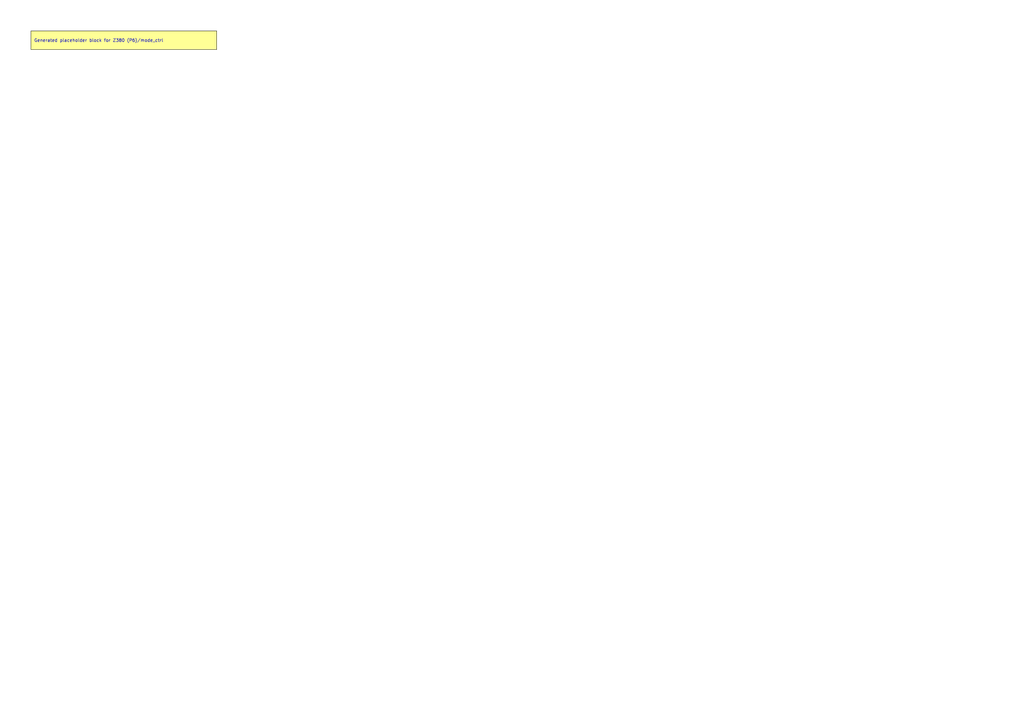
<source format=kicad_sch>
(kicad_sch
	(version 20250114)
	(generator "kicadgen")
	(generator_version "0.2")
	(uuid "cbd124b7-a658-5116-a2c1-d7ba7245bfcf")
	(paper "A3")
	(title_block
		(title "Z380 (P6)::mode_ctrl")
		(company "Project Carbon")
		(comment 1 "Generated - do not edit in generated/")
		(comment 2 "Edit in schem/kicad9/manual/ or refine mapping specs")
	)
	(lib_symbols)
	(text_box
		"Generated placeholder block for Z380 (P6)/mode_ctrl"
		(exclude_from_sim no)
		(at
			12.7
			12.7
			0
		)
		(size 76.2 7.62)
		(margins
			1.27
			1.27
			1.27
			1.27
		)
		(stroke
			(width 0)
			(type default)
			(color
				0
				0
				0
				1
			)
		)
		(fill
			(type color)
			(color
				255
				255
				150
				1
			)
		)
		(effects
			(font
				(size 1.27 1.27)
			)
			(justify left)
		)
		(uuid "02df173a-9093-581b-8dcc-b3fec76cdd17")
	)
	(sheet_instances
		(path
			"/"
			(page "1")
		)
	)
	(embedded_fonts no)
)

</source>
